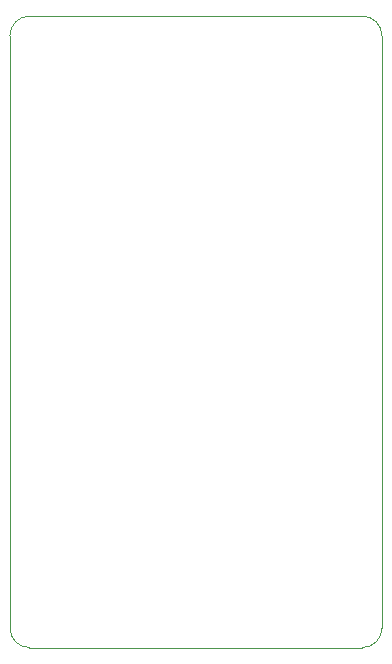
<source format=gbr>
%TF.GenerationSoftware,KiCad,Pcbnew,(6.0.8)*%
%TF.CreationDate,2023-06-01T04:31:02+02:00*%
%TF.ProjectId,BSPD-07,42535044-2d30-4372-9e6b-696361645f70,rev?*%
%TF.SameCoordinates,Original*%
%TF.FileFunction,Profile,NP*%
%FSLAX46Y46*%
G04 Gerber Fmt 4.6, Leading zero omitted, Abs format (unit mm)*
G04 Created by KiCad (PCBNEW (6.0.8)) date 2023-06-01 04:31:02*
%MOMM*%
%LPD*%
G01*
G04 APERTURE LIST*
%TA.AperFunction,Profile*%
%ADD10C,0.100000*%
%TD*%
G04 APERTURE END LIST*
D10*
X149958800Y-82384900D02*
G75*
G03*
X148307800Y-84035900I0J-1651000D01*
G01*
X179803800Y-84035900D02*
G75*
G03*
X178152800Y-82384900I-1651000J0D01*
G01*
X178152800Y-82384900D02*
X149958800Y-82384900D01*
X178152800Y-135851900D02*
G75*
G03*
X179803800Y-134200900I0J1651000D01*
G01*
X148307800Y-134200900D02*
G75*
G03*
X149958800Y-135851900I1651000J0D01*
G01*
X149958800Y-135851900D02*
X178152800Y-135851900D01*
X148307800Y-84035900D02*
X148307800Y-134200900D01*
X179803800Y-84035900D02*
X179803800Y-134200900D01*
M02*

</source>
